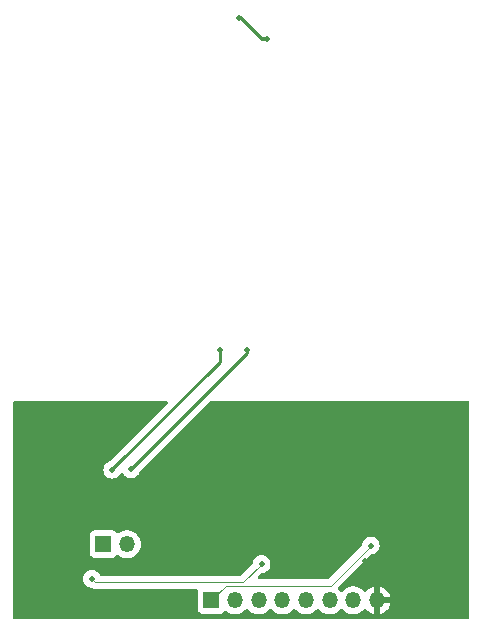
<source format=gbl>
G04 #@! TF.GenerationSoftware,KiCad,Pcbnew,7.0.9*
G04 #@! TF.CreationDate,2024-04-16T21:14:58+02:00*
G04 #@! TF.ProjectId,NFC_Programmer,4e46435f-5072-46f6-9772-616d6d65722e,3.0*
G04 #@! TF.SameCoordinates,Original*
G04 #@! TF.FileFunction,Copper,L2,Bot*
G04 #@! TF.FilePolarity,Positive*
%FSLAX46Y46*%
G04 Gerber Fmt 4.6, Leading zero omitted, Abs format (unit mm)*
G04 Created by KiCad (PCBNEW 7.0.9) date 2024-04-16 21:14:58*
%MOMM*%
%LPD*%
G01*
G04 APERTURE LIST*
G04 #@! TA.AperFunction,ComponentPad*
%ADD10R,1.350000X1.350000*%
G04 #@! TD*
G04 #@! TA.AperFunction,ComponentPad*
%ADD11O,1.350000X1.350000*%
G04 #@! TD*
G04 #@! TA.AperFunction,ViaPad*
%ADD12C,0.360000*%
G04 #@! TD*
G04 #@! TA.AperFunction,ViaPad*
%ADD13C,0.500000*%
G04 #@! TD*
G04 #@! TA.AperFunction,Conductor*
%ADD14C,0.100000*%
G04 #@! TD*
G04 #@! TA.AperFunction,Conductor*
%ADD15C,0.350000*%
G04 #@! TD*
G04 #@! TA.AperFunction,Conductor*
%ADD16C,0.250000*%
G04 #@! TD*
G04 APERTURE END LIST*
D10*
X128530000Y-103060000D03*
D11*
X130530000Y-103060000D03*
D10*
X137670000Y-107810000D03*
D11*
X139670000Y-107810000D03*
X141670000Y-107810000D03*
X143670000Y-107810000D03*
X145670000Y-107810000D03*
X147670000Y-107810000D03*
X149670000Y-107810000D03*
X151670000Y-107810000D03*
D12*
X159130000Y-95860000D03*
X128970000Y-104540000D03*
X157940000Y-91280000D03*
X131870000Y-105550000D03*
X124300000Y-91250000D03*
X125190000Y-98820000D03*
X127340000Y-91240000D03*
X157250000Y-91280000D03*
X129940000Y-105570000D03*
X142640000Y-109210000D03*
X135120000Y-99770000D03*
X150620000Y-109150000D03*
X121160000Y-98970000D03*
X122870000Y-109150000D03*
X154830000Y-109120000D03*
D13*
X134251582Y-95601582D03*
D12*
X126460000Y-94700000D03*
X144350000Y-91290000D03*
X159080000Y-104020000D03*
X155130000Y-94450000D03*
X129220000Y-91250000D03*
X125190000Y-98210000D03*
X130030000Y-109160000D03*
X134590000Y-100240000D03*
X148440000Y-92230000D03*
X150480000Y-99510000D03*
X154370000Y-97580000D03*
X153610000Y-106680000D03*
X155400000Y-109120000D03*
X123600000Y-91240000D03*
X133980000Y-97190000D03*
X159130000Y-96470000D03*
X121160000Y-92260000D03*
X152660000Y-97670000D03*
X134450000Y-102200000D03*
X154960000Y-93780000D03*
X125860000Y-109180000D03*
X121170000Y-91560000D03*
X141860000Y-91280000D03*
X121120000Y-108950000D03*
X148700000Y-91290000D03*
X158550000Y-91280000D03*
X125740000Y-97180000D03*
X121130000Y-106460000D03*
X132560000Y-101260000D03*
X137450000Y-95930000D03*
X159120000Y-92860000D03*
X127700000Y-104640000D03*
X143780000Y-91290000D03*
X124910000Y-108130000D03*
X148000000Y-91280000D03*
X121160000Y-92870000D03*
X151917606Y-102411550D03*
X152920000Y-91280000D03*
X147701096Y-92221952D03*
X149280000Y-92220000D03*
X159090000Y-99740000D03*
X139410000Y-91290000D03*
X159090000Y-101530000D03*
X132820000Y-105550000D03*
X131290000Y-109180000D03*
X133790000Y-101240000D03*
X153610000Y-108460000D03*
X151890000Y-97650000D03*
X159130000Y-95290000D03*
X130870000Y-105570000D03*
X131960000Y-102880000D03*
X134350000Y-103270000D03*
X128320000Y-104550000D03*
X125250000Y-109180000D03*
X127520000Y-92500000D03*
X127740000Y-109160000D03*
X159120000Y-98960000D03*
X126610000Y-96460000D03*
X134330000Y-104370000D03*
X131630000Y-104040000D03*
X158390000Y-109150000D03*
X121130000Y-104670000D03*
X134650000Y-105360000D03*
X152310000Y-91280000D03*
X126670000Y-92870000D03*
X126440000Y-93840000D03*
X140680000Y-91280000D03*
X156070000Y-91280000D03*
X136910000Y-99940000D03*
X150460000Y-100300000D03*
X140020000Y-91290000D03*
X153450000Y-97640000D03*
X134950000Y-98240000D03*
X154170000Y-109120000D03*
X151364342Y-91970000D03*
X135077887Y-95174346D03*
X155410000Y-91290000D03*
X159080000Y-107150000D03*
X123410000Y-109150000D03*
X159090000Y-105270000D03*
X136980000Y-95110000D03*
X128330000Y-92550000D03*
X153140000Y-106270000D03*
X150470000Y-98680000D03*
X148720000Y-109150000D03*
X121160000Y-94050000D03*
X121810000Y-91240000D03*
D13*
X142620000Y-93280000D03*
D12*
X131010000Y-91250000D03*
X121690000Y-109150000D03*
X149880000Y-91290000D03*
X125480000Y-91250000D03*
X128310000Y-109160000D03*
X153610000Y-107250000D03*
X127050000Y-102380000D03*
X127910000Y-91240000D03*
X156550000Y-109120000D03*
X153600000Y-109120000D03*
X131820000Y-109180000D03*
X151460000Y-104220000D03*
X124910000Y-107590000D03*
X150530000Y-100960000D03*
X134950000Y-96480000D03*
X136540000Y-95870000D03*
X153540000Y-92730000D03*
X131960000Y-101650000D03*
X121130000Y-105850000D03*
X155130000Y-95290000D03*
X126400000Y-109180000D03*
X130430000Y-104500000D03*
X125760000Y-106200000D03*
X159080000Y-107760000D03*
X124910000Y-106980000D03*
X127050000Y-104100000D03*
X124910000Y-106410000D03*
X133540000Y-91240000D03*
X159090000Y-104660000D03*
X152060000Y-103740000D03*
X128800000Y-105570000D03*
X121120000Y-107160000D03*
X131160000Y-104360000D03*
X121120000Y-108340000D03*
X135620000Y-95890000D03*
X156010000Y-109120000D03*
X132850000Y-91240000D03*
X159130000Y-94680000D03*
X127050000Y-102950000D03*
X121130000Y-100360000D03*
X152220000Y-103020000D03*
X121120000Y-102240000D03*
X152310000Y-106410000D03*
X121160000Y-93440000D03*
X126970000Y-109180000D03*
X151740000Y-91280000D03*
X125190000Y-99360000D03*
X121130000Y-101540000D03*
X159120000Y-93430000D03*
X159090000Y-100920000D03*
X126670000Y-97160000D03*
X128970000Y-92080000D03*
D13*
X150700000Y-104480000D03*
D12*
X159080000Y-108330000D03*
X129460000Y-109160000D03*
X122420000Y-91240000D03*
X159120000Y-97780000D03*
X126540000Y-105870000D03*
X131780000Y-102240000D03*
X121160000Y-98360000D03*
X133530000Y-96280000D03*
X159090000Y-106450000D03*
X121130000Y-105280000D03*
X121120000Y-104030000D03*
X146820000Y-91280000D03*
X129780000Y-104480000D03*
X159130000Y-91550000D03*
X132280000Y-91240000D03*
X136340000Y-101680000D03*
X157120000Y-109120000D03*
X130400000Y-91250000D03*
X128520000Y-91240000D03*
X125670000Y-100350000D03*
X159080000Y-108940000D03*
X159120000Y-97170000D03*
X133210000Y-96990000D03*
X142470000Y-91280000D03*
X154800000Y-91290000D03*
X147200000Y-91900000D03*
X122990000Y-91240000D03*
X125190000Y-99930000D03*
X145600000Y-91280000D03*
X128920000Y-109160000D03*
X151070000Y-98110000D03*
X149310000Y-91290000D03*
X121130000Y-99750000D03*
X124910000Y-91250000D03*
X152170000Y-91820000D03*
X157820000Y-109150000D03*
X154230000Y-91290000D03*
X151130000Y-91280000D03*
X159090000Y-105840000D03*
X129830000Y-91250000D03*
X146210000Y-91280000D03*
X123980000Y-109150000D03*
X137000000Y-100650000D03*
X134960000Y-99050000D03*
D13*
X136870000Y-101300000D03*
D12*
X159090000Y-100350000D03*
X131670000Y-91240000D03*
X127100000Y-101690000D03*
X136100000Y-95140000D03*
X122260000Y-109150000D03*
X146740000Y-109170000D03*
X127050000Y-103560000D03*
X126090000Y-91250000D03*
X159120000Y-98350000D03*
X147390000Y-91280000D03*
X121170000Y-95300000D03*
X126130000Y-100790000D03*
X134890000Y-97330000D03*
X136100000Y-99920000D03*
X121160000Y-97180000D03*
X130670000Y-109180000D03*
X126610000Y-101210000D03*
X121120000Y-107770000D03*
X121170000Y-95870000D03*
X149880000Y-91890000D03*
X144960000Y-91290000D03*
X121120000Y-102850000D03*
X151124464Y-102010199D03*
X159080000Y-102230000D03*
X121120000Y-103420000D03*
X143170000Y-91290000D03*
X124910000Y-108700000D03*
X159120000Y-94040000D03*
X144710000Y-109150000D03*
X134250000Y-100770000D03*
X121130000Y-100930000D03*
X153420000Y-92190000D03*
X155210000Y-96260000D03*
D13*
X137990000Y-95230000D03*
D12*
X121170000Y-96480000D03*
X150570000Y-101750000D03*
X156680000Y-91280000D03*
X125190000Y-97640000D03*
X135450000Y-101790000D03*
X126700000Y-105300000D03*
X159080000Y-102840000D03*
X153610000Y-107890000D03*
X154390000Y-93370000D03*
X153620000Y-91290000D03*
X159120000Y-92250000D03*
X150680000Y-105400000D03*
D13*
X125870000Y-95560000D03*
D12*
X121160000Y-97790000D03*
X150700000Y-106280000D03*
X121170000Y-94690000D03*
X152140000Y-109230000D03*
D13*
X141500000Y-97570000D03*
D12*
X127050000Y-104670000D03*
X155050000Y-97220000D03*
X128250000Y-105320000D03*
X124680000Y-109180000D03*
X159080000Y-103410000D03*
X141290000Y-91280000D03*
X153610000Y-93260000D03*
X133840000Y-105540000D03*
X133130000Y-101260000D03*
X152870000Y-91870000D03*
X150690000Y-91810000D03*
X151510000Y-106310000D03*
X132400000Y-109200000D03*
X150490000Y-91290000D03*
X126730000Y-91240000D03*
X131940000Y-103530000D03*
D13*
X151160000Y-103180000D03*
X127550000Y-105990000D03*
X141910000Y-104760000D03*
X142380000Y-60290000D03*
X140010000Y-58550000D03*
X140720000Y-86620000D03*
X138400000Y-86620000D03*
X130850000Y-96740000D03*
X129280000Y-96770000D03*
D14*
X147770000Y-106570000D02*
X138910000Y-106570000D01*
X151160000Y-103180000D02*
X147770000Y-106570000D01*
X138910000Y-106570000D02*
X137670000Y-107810000D01*
X141910000Y-104760000D02*
X140380000Y-106290000D01*
X127850000Y-106290000D02*
X127550000Y-105990000D01*
X140380000Y-106290000D02*
X127850000Y-106290000D01*
D15*
X141920000Y-60300000D02*
X142370000Y-60300000D01*
D16*
X129280000Y-96720941D02*
X129280000Y-96770000D01*
X138400000Y-87600941D02*
X129280000Y-96720941D01*
D15*
X140170000Y-58550000D02*
X141920000Y-60300000D01*
D16*
X140010000Y-58550000D02*
X140010000Y-58560000D01*
X140720000Y-86620000D02*
X140720000Y-86870000D01*
X138400000Y-86620000D02*
X138400000Y-87600941D01*
D15*
X142370000Y-60300000D02*
X142380000Y-60290000D01*
X140010000Y-58550000D02*
X140170000Y-58550000D01*
D16*
X140720000Y-86870000D02*
X130850000Y-96740000D01*
G04 #@! TA.AperFunction,Conductor*
G36*
X133924027Y-90979685D02*
G01*
X133969782Y-91032489D01*
X133979726Y-91101647D01*
X133950701Y-91165203D01*
X133944669Y-91171681D01*
X129086915Y-96029433D01*
X129040190Y-96058793D01*
X128952308Y-96089544D01*
X128952300Y-96089548D01*
X128809115Y-96179518D01*
X128809109Y-96179523D01*
X128689523Y-96299109D01*
X128689518Y-96299115D01*
X128599547Y-96442302D01*
X128599545Y-96442305D01*
X128543685Y-96601943D01*
X128524751Y-96769997D01*
X128524751Y-96770002D01*
X128543685Y-96938056D01*
X128599545Y-97097694D01*
X128599547Y-97097697D01*
X128689518Y-97240884D01*
X128689523Y-97240890D01*
X128809109Y-97360476D01*
X128809115Y-97360481D01*
X128952302Y-97450452D01*
X128952305Y-97450454D01*
X128952309Y-97450455D01*
X128952310Y-97450456D01*
X129024913Y-97475860D01*
X129111943Y-97506314D01*
X129279997Y-97525249D01*
X129280000Y-97525249D01*
X129280003Y-97525249D01*
X129448056Y-97506314D01*
X129479678Y-97495249D01*
X129607690Y-97450456D01*
X129607692Y-97450454D01*
X129607694Y-97450454D01*
X129607697Y-97450452D01*
X129750884Y-97360481D01*
X129750885Y-97360480D01*
X129750890Y-97360477D01*
X129870477Y-97240890D01*
X129870481Y-97240884D01*
X129960449Y-97097702D01*
X129960450Y-97097698D01*
X129960456Y-97097690D01*
X129960459Y-97097680D01*
X129962005Y-97094472D01*
X129963565Y-97092743D01*
X129964162Y-97091794D01*
X129964328Y-97091898D01*
X130008826Y-97042611D01*
X130076252Y-97024295D01*
X130142877Y-97045340D01*
X130178721Y-97082296D01*
X130259521Y-97210888D01*
X130379109Y-97330476D01*
X130379115Y-97330481D01*
X130522302Y-97420452D01*
X130522305Y-97420454D01*
X130522309Y-97420455D01*
X130522310Y-97420456D01*
X130594913Y-97445860D01*
X130681943Y-97476314D01*
X130849997Y-97495249D01*
X130850000Y-97495249D01*
X130850003Y-97495249D01*
X131018056Y-97476314D01*
X131091954Y-97450456D01*
X131177690Y-97420456D01*
X131177692Y-97420454D01*
X131177694Y-97420454D01*
X131177697Y-97420452D01*
X131320884Y-97330481D01*
X131320885Y-97330480D01*
X131320890Y-97330477D01*
X131440477Y-97210890D01*
X131511598Y-97097702D01*
X131530452Y-97067697D01*
X131530455Y-97067692D01*
X131530456Y-97067690D01*
X131586313Y-96908059D01*
X131586313Y-96908054D01*
X131587613Y-96904341D01*
X131616972Y-96857616D01*
X137478271Y-90996318D01*
X137539594Y-90962834D01*
X137565952Y-90960000D01*
X159390500Y-90960000D01*
X159457539Y-90979685D01*
X159503294Y-91032489D01*
X159514500Y-91084000D01*
X159514500Y-109310500D01*
X159494815Y-109377539D01*
X159442011Y-109423294D01*
X159390500Y-109434500D01*
X120989500Y-109434500D01*
X120922461Y-109414815D01*
X120876706Y-109362011D01*
X120865500Y-109310500D01*
X120865500Y-105990002D01*
X126794751Y-105990002D01*
X126813685Y-106158056D01*
X126869545Y-106317694D01*
X126869547Y-106317697D01*
X126959518Y-106460884D01*
X126959523Y-106460890D01*
X127079109Y-106580476D01*
X127079115Y-106580481D01*
X127222302Y-106670452D01*
X127222308Y-106670455D01*
X127222310Y-106670456D01*
X127381941Y-106726313D01*
X127503517Y-106740011D01*
X127564560Y-106764428D01*
X127577658Y-106774361D01*
X127594353Y-106780944D01*
X127613290Y-106790351D01*
X127628618Y-106799672D01*
X127671247Y-106811616D01*
X127677263Y-106813639D01*
X127718436Y-106829876D01*
X127736287Y-106831711D01*
X127757052Y-106835657D01*
X127774335Y-106840500D01*
X127818594Y-106840500D01*
X127824935Y-106840824D01*
X127868972Y-106845352D01*
X127886656Y-106842303D01*
X127907724Y-106840500D01*
X136392068Y-106840500D01*
X136459107Y-106860185D01*
X136504862Y-106912989D01*
X136514806Y-106982147D01*
X136508251Y-107007831D01*
X136500908Y-107027517D01*
X136494501Y-107087116D01*
X136494500Y-107087135D01*
X136494500Y-108532870D01*
X136494501Y-108532876D01*
X136500908Y-108592483D01*
X136551202Y-108727328D01*
X136551206Y-108727335D01*
X136637452Y-108842544D01*
X136637455Y-108842547D01*
X136752664Y-108928793D01*
X136752671Y-108928797D01*
X136887517Y-108979091D01*
X136887516Y-108979091D01*
X136894444Y-108979835D01*
X136947127Y-108985500D01*
X138392872Y-108985499D01*
X138452483Y-108979091D01*
X138587331Y-108928796D01*
X138702546Y-108842546D01*
X138764785Y-108759404D01*
X138820718Y-108717535D01*
X138890410Y-108712551D01*
X138947588Y-108742078D01*
X138958568Y-108752088D01*
X138958570Y-108752089D01*
X138958571Y-108752090D01*
X139143786Y-108866770D01*
X139143792Y-108866773D01*
X139166664Y-108875633D01*
X139346931Y-108945470D01*
X139561074Y-108985500D01*
X139561076Y-108985500D01*
X139778924Y-108985500D01*
X139778926Y-108985500D01*
X139993069Y-108945470D01*
X140196210Y-108866772D01*
X140381432Y-108752088D01*
X140542427Y-108605322D01*
X140571047Y-108567422D01*
X140627153Y-108525787D01*
X140696865Y-108521094D01*
X140758048Y-108554836D01*
X140768946Y-108567414D01*
X140797573Y-108605322D01*
X140958568Y-108752088D01*
X140958575Y-108752092D01*
X140958576Y-108752093D01*
X141143786Y-108866770D01*
X141143792Y-108866773D01*
X141166664Y-108875633D01*
X141346931Y-108945470D01*
X141561074Y-108985500D01*
X141561076Y-108985500D01*
X141778924Y-108985500D01*
X141778926Y-108985500D01*
X141993069Y-108945470D01*
X142196210Y-108866772D01*
X142381432Y-108752088D01*
X142542427Y-108605322D01*
X142571047Y-108567422D01*
X142627153Y-108525787D01*
X142696865Y-108521094D01*
X142758048Y-108554836D01*
X142768946Y-108567414D01*
X142797573Y-108605322D01*
X142958568Y-108752088D01*
X142958575Y-108752092D01*
X142958576Y-108752093D01*
X143143786Y-108866770D01*
X143143792Y-108866773D01*
X143166664Y-108875633D01*
X143346931Y-108945470D01*
X143561074Y-108985500D01*
X143561076Y-108985500D01*
X143778924Y-108985500D01*
X143778926Y-108985500D01*
X143993069Y-108945470D01*
X144196210Y-108866772D01*
X144381432Y-108752088D01*
X144542427Y-108605322D01*
X144571047Y-108567422D01*
X144627153Y-108525787D01*
X144696865Y-108521094D01*
X144758048Y-108554836D01*
X144768946Y-108567414D01*
X144797573Y-108605322D01*
X144958568Y-108752088D01*
X144958575Y-108752092D01*
X144958576Y-108752093D01*
X145143786Y-108866770D01*
X145143792Y-108866773D01*
X145166664Y-108875633D01*
X145346931Y-108945470D01*
X145561074Y-108985500D01*
X145561076Y-108985500D01*
X145778924Y-108985500D01*
X145778926Y-108985500D01*
X145993069Y-108945470D01*
X146196210Y-108866772D01*
X146381432Y-108752088D01*
X146542427Y-108605322D01*
X146571047Y-108567422D01*
X146627153Y-108525787D01*
X146696865Y-108521094D01*
X146758048Y-108554836D01*
X146768946Y-108567414D01*
X146797573Y-108605322D01*
X146958568Y-108752088D01*
X146958575Y-108752092D01*
X146958576Y-108752093D01*
X147143786Y-108866770D01*
X147143792Y-108866773D01*
X147166664Y-108875633D01*
X147346931Y-108945470D01*
X147561074Y-108985500D01*
X147561076Y-108985500D01*
X147778924Y-108985500D01*
X147778926Y-108985500D01*
X147993069Y-108945470D01*
X148196210Y-108866772D01*
X148381432Y-108752088D01*
X148542427Y-108605322D01*
X148571047Y-108567422D01*
X148627153Y-108525787D01*
X148696865Y-108521094D01*
X148758048Y-108554836D01*
X148768946Y-108567414D01*
X148797573Y-108605322D01*
X148958568Y-108752088D01*
X148958575Y-108752092D01*
X148958576Y-108752093D01*
X149143786Y-108866770D01*
X149143792Y-108866773D01*
X149166664Y-108875633D01*
X149346931Y-108945470D01*
X149561074Y-108985500D01*
X149561076Y-108985500D01*
X149778924Y-108985500D01*
X149778926Y-108985500D01*
X149993069Y-108945470D01*
X150196210Y-108866772D01*
X150381432Y-108752088D01*
X150542427Y-108605322D01*
X150571359Y-108567009D01*
X150627465Y-108525373D01*
X150697177Y-108520680D01*
X150758360Y-108554421D01*
X150769267Y-108567009D01*
X150797942Y-108604981D01*
X150797949Y-108604989D01*
X150958868Y-108751685D01*
X151144012Y-108866322D01*
X151144023Y-108866327D01*
X151347060Y-108944984D01*
X151420000Y-108958619D01*
X151420000Y-108125686D01*
X151431955Y-108137641D01*
X151544852Y-108195165D01*
X151638519Y-108210000D01*
X151701481Y-108210000D01*
X151795148Y-108195165D01*
X151908045Y-108137641D01*
X151920000Y-108125686D01*
X151920000Y-108958619D01*
X151992939Y-108944984D01*
X152195976Y-108866327D01*
X152195987Y-108866322D01*
X152381130Y-108751685D01*
X152381131Y-108751685D01*
X152542054Y-108604985D01*
X152673284Y-108431208D01*
X152770348Y-108236280D01*
X152820505Y-108060000D01*
X151985686Y-108060000D01*
X151997641Y-108048045D01*
X152055165Y-107935148D01*
X152074986Y-107810000D01*
X152055165Y-107684852D01*
X151997641Y-107571955D01*
X151985686Y-107560000D01*
X152820505Y-107560000D01*
X152820505Y-107559999D01*
X152770348Y-107383719D01*
X152673284Y-107188791D01*
X152542054Y-107015014D01*
X152381131Y-106868314D01*
X152195987Y-106753677D01*
X152195985Y-106753676D01*
X151992931Y-106675013D01*
X151992921Y-106675010D01*
X151920001Y-106661378D01*
X151920000Y-106661379D01*
X151920000Y-107494314D01*
X151908045Y-107482359D01*
X151795148Y-107424835D01*
X151701481Y-107410000D01*
X151638519Y-107410000D01*
X151544852Y-107424835D01*
X151431955Y-107482359D01*
X151420000Y-107494314D01*
X151420000Y-106661379D01*
X151419998Y-106661378D01*
X151347078Y-106675010D01*
X151347068Y-106675013D01*
X151144014Y-106753676D01*
X151144012Y-106753677D01*
X150958869Y-106868314D01*
X150958868Y-106868314D01*
X150797945Y-107015014D01*
X150769267Y-107052990D01*
X150713157Y-107094626D01*
X150643445Y-107099317D01*
X150582264Y-107065575D01*
X150571359Y-107052990D01*
X150562547Y-107041321D01*
X150542427Y-107014678D01*
X150381432Y-106867912D01*
X150381428Y-106867909D01*
X150381423Y-106867906D01*
X150196213Y-106753229D01*
X150196207Y-106753226D01*
X150111113Y-106720260D01*
X149993069Y-106674530D01*
X149778926Y-106634500D01*
X149561074Y-106634500D01*
X149346931Y-106674530D01*
X149298130Y-106693435D01*
X149143792Y-106753226D01*
X149143786Y-106753229D01*
X148958576Y-106867906D01*
X148958566Y-106867913D01*
X148797573Y-107014676D01*
X148768953Y-107052576D01*
X148712844Y-107094211D01*
X148643132Y-107098902D01*
X148581950Y-107065159D01*
X148571047Y-107052576D01*
X148542426Y-107014676D01*
X148408969Y-106893015D01*
X148372687Y-106833304D01*
X148374448Y-106763457D01*
X148404824Y-106713699D01*
X151155551Y-103962972D01*
X151216872Y-103929489D01*
X151229347Y-103927435D01*
X151328054Y-103916314D01*
X151328057Y-103916313D01*
X151328059Y-103916313D01*
X151487690Y-103860456D01*
X151487692Y-103860454D01*
X151487694Y-103860454D01*
X151487697Y-103860452D01*
X151630884Y-103770481D01*
X151630885Y-103770480D01*
X151630890Y-103770477D01*
X151750477Y-103650890D01*
X151840452Y-103507697D01*
X151840454Y-103507694D01*
X151840454Y-103507692D01*
X151840456Y-103507690D01*
X151896313Y-103348059D01*
X151896313Y-103348058D01*
X151896314Y-103348056D01*
X151915249Y-103180002D01*
X151915249Y-103179997D01*
X151896314Y-103011943D01*
X151840454Y-102852305D01*
X151840452Y-102852302D01*
X151750481Y-102709115D01*
X151750476Y-102709109D01*
X151630890Y-102589523D01*
X151630884Y-102589518D01*
X151487697Y-102499547D01*
X151487694Y-102499545D01*
X151328056Y-102443685D01*
X151160003Y-102424751D01*
X151159997Y-102424751D01*
X150991943Y-102443685D01*
X150832305Y-102499545D01*
X150832302Y-102499547D01*
X150689115Y-102589518D01*
X150689109Y-102589523D01*
X150569523Y-102709109D01*
X150569518Y-102709115D01*
X150479547Y-102852302D01*
X150479544Y-102852307D01*
X150423685Y-103011946D01*
X150412564Y-103110651D01*
X150385497Y-103175065D01*
X150377025Y-103184448D01*
X147578294Y-105983181D01*
X147516971Y-106016666D01*
X147490613Y-106019500D01*
X141728387Y-106019500D01*
X141661348Y-105999815D01*
X141615593Y-105947011D01*
X141605649Y-105877853D01*
X141634674Y-105814297D01*
X141640697Y-105807827D01*
X141905552Y-105542971D01*
X141966871Y-105509489D01*
X141979347Y-105507435D01*
X142078054Y-105496314D01*
X142078057Y-105496313D01*
X142078059Y-105496313D01*
X142237690Y-105440456D01*
X142237692Y-105440454D01*
X142237694Y-105440454D01*
X142237697Y-105440452D01*
X142380884Y-105350481D01*
X142380885Y-105350480D01*
X142380890Y-105350477D01*
X142500477Y-105230890D01*
X142590452Y-105087697D01*
X142590454Y-105087694D01*
X142590454Y-105087692D01*
X142590456Y-105087690D01*
X142646313Y-104928059D01*
X142646313Y-104928058D01*
X142646314Y-104928056D01*
X142665249Y-104760002D01*
X142665249Y-104759997D01*
X142646314Y-104591943D01*
X142590454Y-104432305D01*
X142590452Y-104432302D01*
X142500481Y-104289115D01*
X142500476Y-104289109D01*
X142380890Y-104169523D01*
X142380884Y-104169518D01*
X142237697Y-104079547D01*
X142237694Y-104079545D01*
X142078056Y-104023685D01*
X141910003Y-104004751D01*
X141909997Y-104004751D01*
X141741943Y-104023685D01*
X141582305Y-104079545D01*
X141582302Y-104079547D01*
X141439115Y-104169518D01*
X141439109Y-104169523D01*
X141319523Y-104289109D01*
X141319518Y-104289115D01*
X141229547Y-104432302D01*
X141229544Y-104432307D01*
X141173685Y-104591946D01*
X141162564Y-104690651D01*
X141135497Y-104755065D01*
X141127025Y-104764448D01*
X140188294Y-105703181D01*
X140126971Y-105736666D01*
X140100613Y-105739500D01*
X128345449Y-105739500D01*
X128278410Y-105719815D01*
X128233859Y-105668401D01*
X128233479Y-105668585D01*
X128232803Y-105667182D01*
X128232655Y-105667011D01*
X128232320Y-105666179D01*
X128230456Y-105662308D01*
X128140481Y-105519115D01*
X128140476Y-105519109D01*
X128020890Y-105399523D01*
X128020884Y-105399518D01*
X127877697Y-105309547D01*
X127877694Y-105309545D01*
X127718056Y-105253685D01*
X127550003Y-105234751D01*
X127549997Y-105234751D01*
X127381943Y-105253685D01*
X127222305Y-105309545D01*
X127222302Y-105309547D01*
X127079115Y-105399518D01*
X127079109Y-105399523D01*
X126959523Y-105519109D01*
X126959518Y-105519115D01*
X126869547Y-105662302D01*
X126869545Y-105662305D01*
X126813685Y-105821943D01*
X126794751Y-105989997D01*
X126794751Y-105990002D01*
X120865500Y-105990002D01*
X120865500Y-103782870D01*
X127354500Y-103782870D01*
X127354501Y-103782876D01*
X127360908Y-103842483D01*
X127411202Y-103977328D01*
X127411206Y-103977335D01*
X127497452Y-104092544D01*
X127497455Y-104092547D01*
X127612664Y-104178793D01*
X127612671Y-104178797D01*
X127747517Y-104229091D01*
X127747516Y-104229091D01*
X127754444Y-104229835D01*
X127807127Y-104235500D01*
X129252872Y-104235499D01*
X129312483Y-104229091D01*
X129447331Y-104178796D01*
X129562546Y-104092546D01*
X129624785Y-104009404D01*
X129680718Y-103967535D01*
X129750410Y-103962551D01*
X129807588Y-103992078D01*
X129818568Y-104002088D01*
X129818570Y-104002089D01*
X129818571Y-104002090D01*
X130003786Y-104116770D01*
X130003792Y-104116773D01*
X130026664Y-104125633D01*
X130206931Y-104195470D01*
X130421074Y-104235500D01*
X130421076Y-104235500D01*
X130638924Y-104235500D01*
X130638926Y-104235500D01*
X130853069Y-104195470D01*
X131056210Y-104116772D01*
X131241432Y-104002088D01*
X131402427Y-103855322D01*
X131533712Y-103681472D01*
X131630817Y-103486459D01*
X131690435Y-103276923D01*
X131710536Y-103060000D01*
X131690435Y-102843077D01*
X131630817Y-102633541D01*
X131533712Y-102438528D01*
X131402427Y-102264678D01*
X131375016Y-102239690D01*
X131285996Y-102158537D01*
X131241432Y-102117912D01*
X131241428Y-102117909D01*
X131241423Y-102117906D01*
X131056213Y-102003229D01*
X131056207Y-102003226D01*
X130971113Y-101970260D01*
X130853069Y-101924530D01*
X130638926Y-101884500D01*
X130421074Y-101884500D01*
X130206931Y-101924530D01*
X130163896Y-101941202D01*
X130003792Y-102003226D01*
X130003786Y-102003229D01*
X129818565Y-102117913D01*
X129807585Y-102127923D01*
X129744780Y-102158537D01*
X129675393Y-102150336D01*
X129624785Y-102110594D01*
X129598848Y-102075948D01*
X129562546Y-102027454D01*
X129562544Y-102027453D01*
X129562544Y-102027452D01*
X129447335Y-101941206D01*
X129447328Y-101941202D01*
X129312482Y-101890908D01*
X129312483Y-101890908D01*
X129252883Y-101884501D01*
X129252881Y-101884500D01*
X129252873Y-101884500D01*
X129252864Y-101884500D01*
X127807129Y-101884500D01*
X127807123Y-101884501D01*
X127747516Y-101890908D01*
X127612671Y-101941202D01*
X127612664Y-101941206D01*
X127497455Y-102027452D01*
X127497452Y-102027455D01*
X127411206Y-102142664D01*
X127411202Y-102142671D01*
X127360908Y-102277517D01*
X127354501Y-102337116D01*
X127354500Y-102337135D01*
X127354500Y-103782870D01*
X120865500Y-103782870D01*
X120865500Y-91084000D01*
X120885185Y-91016961D01*
X120937989Y-90971206D01*
X120989500Y-90960000D01*
X133856988Y-90960000D01*
X133924027Y-90979685D01*
G37*
G04 #@! TD.AperFunction*
M02*

</source>
